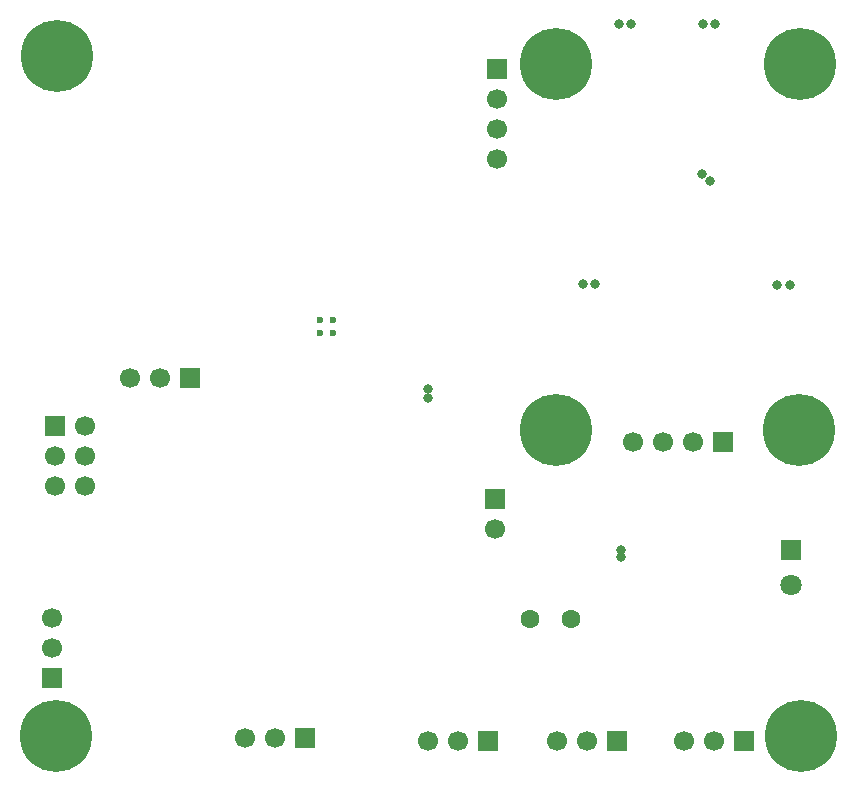
<source format=gbs>
G04*
G04 #@! TF.GenerationSoftware,Altium Limited,Altium Designer,18.1.7 (191)*
G04*
G04 Layer_Color=16711935*
%FSAX44Y44*%
%MOMM*%
G71*
G01*
G75*
%ADD94C,1.7000*%
%ADD95R,1.7000X1.7000*%
%ADD96R,1.7000X1.7000*%
%ADD97C,6.1000*%
%ADD98C,1.6000*%
%ADD99R,1.8000X1.8000*%
%ADD100C,1.8000*%
%ADD101C,0.1000*%
%ADD102C,0.8000*%
%ADD103C,0.6000*%
D94*
X00408000Y00523900D02*
D03*
Y00549300D02*
D03*
Y00574700D02*
D03*
X00406000Y00210300D02*
D03*
X00031000Y00134800D02*
D03*
Y00109400D02*
D03*
X00566600Y00031000D02*
D03*
X00592000D02*
D03*
X00458600D02*
D03*
X00484000D02*
D03*
X00350000D02*
D03*
X00375400D02*
D03*
X00574100Y00284000D02*
D03*
X00548700D02*
D03*
X00523300D02*
D03*
X00220000Y00033000D02*
D03*
X00194600D02*
D03*
X00059403Y00297402D02*
D03*
Y00272001D02*
D03*
Y00246602D02*
D03*
X00034003D02*
D03*
Y00272001D02*
D03*
X00097600Y00338000D02*
D03*
X00123000D02*
D03*
D95*
X00408000Y00600100D02*
D03*
X00406000Y00235700D02*
D03*
X00031000Y00084000D02*
D03*
X00034003Y00297402D02*
D03*
D96*
X00617400Y00031000D02*
D03*
X00509400D02*
D03*
X00400800D02*
D03*
X00599500Y00284000D02*
D03*
X00245400Y00033000D02*
D03*
X00148400Y00338000D02*
D03*
D97*
X00457900Y00604000D02*
D03*
X00664900D02*
D03*
X00663900Y00294000D02*
D03*
X00457900D02*
D03*
X00035232Y00611000D02*
D03*
X00665000Y00035000D02*
D03*
X00035000D02*
D03*
D98*
X00471000Y00134000D02*
D03*
X00436000D02*
D03*
D99*
X00657000Y00193000D02*
D03*
D100*
Y00163000D02*
D03*
D101*
X00627000Y00153600D02*
D03*
X00687000D02*
D03*
D102*
X00588750Y00505000D02*
D03*
X00581250Y00511000D02*
D03*
X00513250Y00186250D02*
D03*
Y00192500D02*
D03*
X00491000Y00417750D02*
D03*
X00481000Y00418000D02*
D03*
X00521250Y00638000D02*
D03*
X00511500D02*
D03*
X00582500Y00638250D02*
D03*
X00592250Y00638000D02*
D03*
X00656000Y00417000D02*
D03*
X00645000D02*
D03*
X00350000Y00321000D02*
D03*
Y00329000D02*
D03*
D103*
X00258500Y00387500D02*
D03*
Y00376500D02*
D03*
X00269500D02*
D03*
Y00387500D02*
D03*
M02*

</source>
